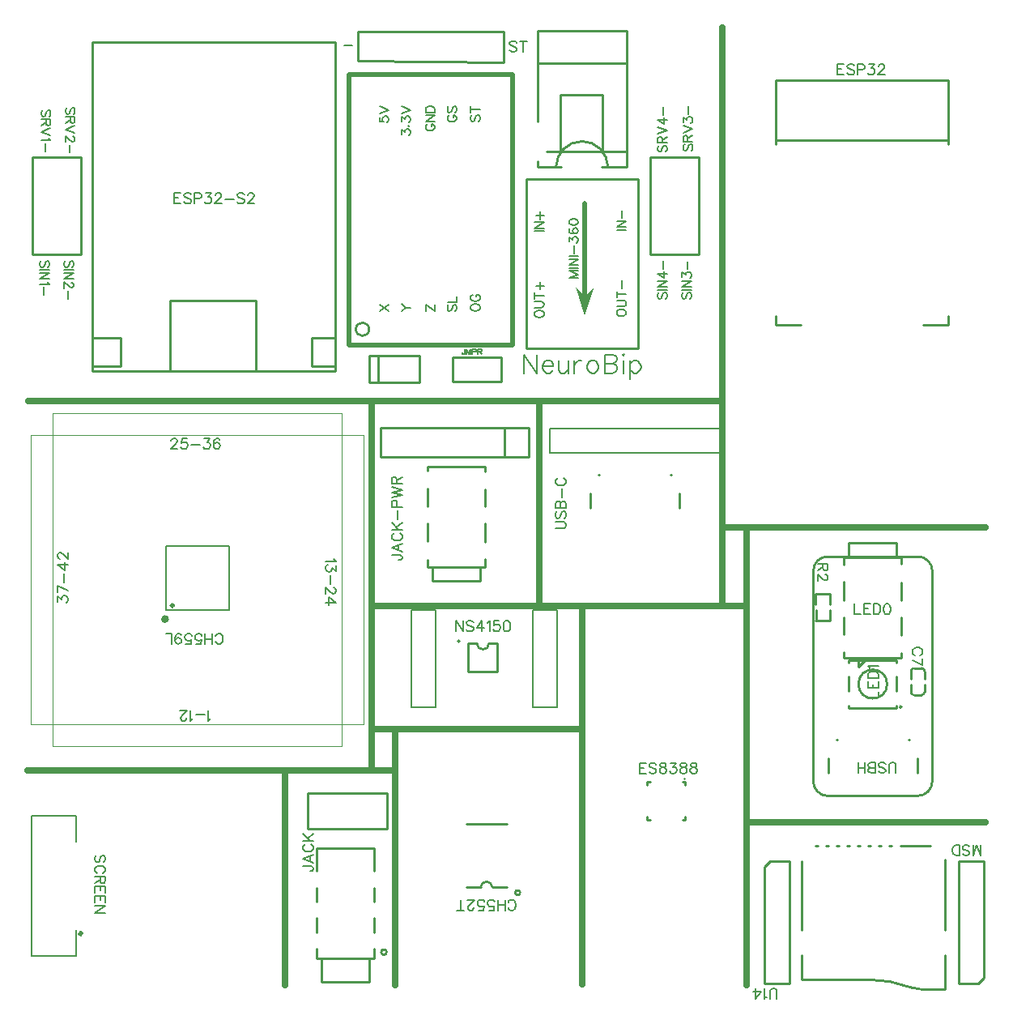
<source format=gto>
G04 Layer: TopSilkscreenLayer*
G04 EasyEDA v6.5.1, 2022-03-29 23:29:47*
G04 6fa140fc38934b6497cce4c8c0035c65,6efad7caf7c64316809b4ed48508c700,10*
G04 Gerber Generator version 0.2*
G04 Scale: 100 percent, Rotated: No, Reflected: No *
G04 Dimensions in millimeters *
G04 leading zeros omitted , absolute positions ,4 integer and 5 decimal *
%FSLAX45Y45*%
%MOMM*%

%ADD10C,0.2540*%
%ADD11C,0.6840*%
%ADD52C,0.3000*%
%ADD56C,0.2032*%
%ADD57C,0.2030*%
%ADD58C,0.1000*%
%ADD59C,0.2000*%
%ADD60C,0.5000*%
%ADD61C,0.1500*%
%ADD62C,0.4000*%
%ADD63C,0.1524*%

%LPD*%
D56*
X5181600Y-3414521D02*
G01*
X5181600Y-3608323D01*
X5181600Y-3414521D02*
G01*
X5310886Y-3608323D01*
X5310886Y-3414521D02*
G01*
X5310886Y-3608323D01*
X5371845Y-3534410D02*
G01*
X5482590Y-3534410D01*
X5482590Y-3516121D01*
X5473445Y-3497579D01*
X5464302Y-3488436D01*
X5445759Y-3479037D01*
X5418074Y-3479037D01*
X5399531Y-3488436D01*
X5380990Y-3506723D01*
X5371845Y-3534410D01*
X5371845Y-3552952D01*
X5380990Y-3580637D01*
X5399531Y-3599179D01*
X5418074Y-3608323D01*
X5445759Y-3608323D01*
X5464302Y-3599179D01*
X5482590Y-3580637D01*
X5543550Y-3479037D02*
G01*
X5543550Y-3571494D01*
X5552947Y-3599179D01*
X5571490Y-3608323D01*
X5599175Y-3608323D01*
X5617463Y-3599179D01*
X5645150Y-3571494D01*
X5645150Y-3479037D02*
G01*
X5645150Y-3608323D01*
X5706109Y-3479037D02*
G01*
X5706109Y-3608323D01*
X5706109Y-3534410D02*
G01*
X5715508Y-3506723D01*
X5734050Y-3488436D01*
X5752338Y-3479037D01*
X5780024Y-3479037D01*
X5887211Y-3479037D02*
G01*
X5868670Y-3488436D01*
X5850381Y-3506723D01*
X5840984Y-3534410D01*
X5840984Y-3552952D01*
X5850381Y-3580637D01*
X5868670Y-3599179D01*
X5887211Y-3608323D01*
X5914897Y-3608323D01*
X5933440Y-3599179D01*
X5951981Y-3580637D01*
X5961125Y-3552952D01*
X5961125Y-3534410D01*
X5951981Y-3506723D01*
X5933440Y-3488436D01*
X5914897Y-3479037D01*
X5887211Y-3479037D01*
X6022086Y-3414521D02*
G01*
X6022086Y-3608323D01*
X6022086Y-3414521D02*
G01*
X6105143Y-3414521D01*
X6132829Y-3423665D01*
X6142227Y-3432810D01*
X6151372Y-3451352D01*
X6151372Y-3469894D01*
X6142227Y-3488436D01*
X6132829Y-3497579D01*
X6105143Y-3506723D01*
X6022086Y-3506723D02*
G01*
X6105143Y-3506723D01*
X6132829Y-3516121D01*
X6142227Y-3525265D01*
X6151372Y-3543807D01*
X6151372Y-3571494D01*
X6142227Y-3590036D01*
X6132829Y-3599179D01*
X6105143Y-3608323D01*
X6022086Y-3608323D01*
X6212331Y-3414521D02*
G01*
X6221729Y-3423665D01*
X6230874Y-3414521D01*
X6221729Y-3405123D01*
X6212331Y-3414521D01*
X6221729Y-3479037D02*
G01*
X6221729Y-3608323D01*
X6291834Y-3479037D02*
G01*
X6291834Y-3673094D01*
X6291834Y-3506723D02*
G01*
X6310375Y-3488436D01*
X6328663Y-3479037D01*
X6356350Y-3479037D01*
X6374891Y-3488436D01*
X6393434Y-3506723D01*
X6402577Y-3534410D01*
X6402577Y-3552952D01*
X6393434Y-3580637D01*
X6374891Y-3599179D01*
X6356350Y-3608323D01*
X6328663Y-3608323D01*
X6310375Y-3599179D01*
X6291834Y-3580637D01*
X3302000Y-182118D02*
G01*
X3383788Y-182118D01*
X214376Y-927354D02*
G01*
X223265Y-918210D01*
X227837Y-904494D01*
X227837Y-886205D01*
X223265Y-872744D01*
X214376Y-863600D01*
X205231Y-863600D01*
X196087Y-868171D01*
X191515Y-872744D01*
X186944Y-881887D01*
X177800Y-909065D01*
X173481Y-918210D01*
X168910Y-922781D01*
X159765Y-927354D01*
X146050Y-927354D01*
X136905Y-918210D01*
X132334Y-904494D01*
X132334Y-886205D01*
X136905Y-872744D01*
X146050Y-863600D01*
X227837Y-957326D02*
G01*
X132334Y-957326D01*
X227837Y-957326D02*
G01*
X227837Y-998220D01*
X223265Y-1011681D01*
X218694Y-1016254D01*
X209804Y-1020826D01*
X200660Y-1020826D01*
X191515Y-1016254D01*
X186944Y-1011681D01*
X182371Y-998220D01*
X182371Y-957326D01*
X182371Y-989076D02*
G01*
X132334Y-1020826D01*
X227837Y-1050797D02*
G01*
X132334Y-1087120D01*
X227837Y-1123695D02*
G01*
X132334Y-1087120D01*
X209804Y-1153668D02*
G01*
X214376Y-1162812D01*
X227837Y-1176273D01*
X132334Y-1176273D01*
X173481Y-1206245D02*
G01*
X173481Y-1288034D01*
X468376Y-901954D02*
G01*
X477265Y-892810D01*
X481837Y-879094D01*
X481837Y-860805D01*
X477265Y-847344D01*
X468376Y-838200D01*
X459231Y-838200D01*
X450087Y-842771D01*
X445515Y-847344D01*
X440944Y-856487D01*
X431800Y-883665D01*
X427481Y-892810D01*
X422910Y-897381D01*
X413765Y-901954D01*
X400050Y-901954D01*
X390905Y-892810D01*
X386334Y-879094D01*
X386334Y-860805D01*
X390905Y-847344D01*
X400050Y-838200D01*
X481837Y-931926D02*
G01*
X386334Y-931926D01*
X481837Y-931926D02*
G01*
X481837Y-972820D01*
X477265Y-986281D01*
X472694Y-990854D01*
X463804Y-995426D01*
X454660Y-995426D01*
X445515Y-990854D01*
X440944Y-986281D01*
X436371Y-972820D01*
X436371Y-931926D01*
X436371Y-963676D02*
G01*
X386334Y-995426D01*
X481837Y-1025397D02*
G01*
X386334Y-1061720D01*
X481837Y-1098295D02*
G01*
X386334Y-1061720D01*
X459231Y-1132839D02*
G01*
X463804Y-1132839D01*
X472694Y-1137412D01*
X477265Y-1141729D01*
X481837Y-1150873D01*
X481837Y-1169162D01*
X477265Y-1178305D01*
X472694Y-1182623D01*
X463804Y-1187195D01*
X454660Y-1187195D01*
X445515Y-1182623D01*
X431800Y-1173734D01*
X386334Y-1128268D01*
X386334Y-1191768D01*
X427481Y-1221739D02*
G01*
X427481Y-1303528D01*
X6859524Y-1218945D02*
G01*
X6850634Y-1228089D01*
X6846061Y-1241805D01*
X6846061Y-1260094D01*
X6850634Y-1273555D01*
X6859524Y-1282700D01*
X6868668Y-1282700D01*
X6877811Y-1278128D01*
X6882384Y-1273555D01*
X6886956Y-1264412D01*
X6896100Y-1237234D01*
X6900418Y-1228089D01*
X6904990Y-1223518D01*
X6914134Y-1218945D01*
X6927850Y-1218945D01*
X6936993Y-1228089D01*
X6941565Y-1241805D01*
X6941565Y-1260094D01*
X6936993Y-1273555D01*
X6927850Y-1282700D01*
X6846061Y-1188973D02*
G01*
X6941565Y-1188973D01*
X6846061Y-1188973D02*
G01*
X6846061Y-1148079D01*
X6850634Y-1134618D01*
X6855206Y-1130045D01*
X6864095Y-1125473D01*
X6873240Y-1125473D01*
X6882384Y-1130045D01*
X6886956Y-1134618D01*
X6891527Y-1148079D01*
X6891527Y-1188973D01*
X6891527Y-1157223D02*
G01*
X6941565Y-1125473D01*
X6846061Y-1095502D02*
G01*
X6941565Y-1059179D01*
X6846061Y-1022604D02*
G01*
X6941565Y-1059179D01*
X6846061Y-983487D02*
G01*
X6846061Y-933704D01*
X6882384Y-960881D01*
X6882384Y-947165D01*
X6886956Y-938276D01*
X6891527Y-933704D01*
X6904990Y-929131D01*
X6914134Y-929131D01*
X6927850Y-933704D01*
X6936993Y-942594D01*
X6941565Y-956310D01*
X6941565Y-970026D01*
X6936993Y-983487D01*
X6932422Y-988060D01*
X6923277Y-992631D01*
X6900418Y-899160D02*
G01*
X6900418Y-817371D01*
X6592824Y-1231645D02*
G01*
X6583934Y-1240789D01*
X6579361Y-1254505D01*
X6579361Y-1272794D01*
X6583934Y-1286255D01*
X6592824Y-1295400D01*
X6601968Y-1295400D01*
X6611111Y-1290828D01*
X6615684Y-1286255D01*
X6620256Y-1277112D01*
X6629400Y-1249934D01*
X6633718Y-1240789D01*
X6638290Y-1236218D01*
X6647434Y-1231645D01*
X6661150Y-1231645D01*
X6670293Y-1240789D01*
X6674865Y-1254505D01*
X6674865Y-1272794D01*
X6670293Y-1286255D01*
X6661150Y-1295400D01*
X6579361Y-1201673D02*
G01*
X6674865Y-1201673D01*
X6579361Y-1201673D02*
G01*
X6579361Y-1160779D01*
X6583934Y-1147318D01*
X6588506Y-1142745D01*
X6597395Y-1138173D01*
X6606540Y-1138173D01*
X6615684Y-1142745D01*
X6620256Y-1147318D01*
X6624827Y-1160779D01*
X6624827Y-1201673D01*
X6624827Y-1169923D02*
G01*
X6674865Y-1138173D01*
X6579361Y-1108202D02*
G01*
X6674865Y-1071879D01*
X6579361Y-1035304D02*
G01*
X6674865Y-1071879D01*
X6579361Y-959865D02*
G01*
X6642861Y-1005331D01*
X6642861Y-937260D01*
X6579361Y-959865D02*
G01*
X6674865Y-959865D01*
X6633718Y-907287D02*
G01*
X6633718Y-825500D01*
X455676Y-2502154D02*
G01*
X464565Y-2493010D01*
X469137Y-2479294D01*
X469137Y-2461005D01*
X464565Y-2447544D01*
X455676Y-2438400D01*
X446531Y-2438400D01*
X437387Y-2442971D01*
X432815Y-2447544D01*
X428244Y-2456687D01*
X419100Y-2483865D01*
X414781Y-2493010D01*
X410210Y-2497581D01*
X401065Y-2502154D01*
X387350Y-2502154D01*
X378205Y-2493010D01*
X373634Y-2479294D01*
X373634Y-2461005D01*
X378205Y-2447544D01*
X387350Y-2438400D01*
X469137Y-2532126D02*
G01*
X373634Y-2532126D01*
X469137Y-2562097D02*
G01*
X373634Y-2562097D01*
X469137Y-2562097D02*
G01*
X373634Y-2625597D01*
X469137Y-2625597D02*
G01*
X373634Y-2625597D01*
X446531Y-2660142D02*
G01*
X451104Y-2660142D01*
X459994Y-2664713D01*
X464565Y-2669286D01*
X469137Y-2678429D01*
X469137Y-2696463D01*
X464565Y-2705607D01*
X459994Y-2710179D01*
X451104Y-2714752D01*
X441960Y-2714752D01*
X432815Y-2710179D01*
X419100Y-2701036D01*
X373634Y-2655570D01*
X373634Y-2719323D01*
X414781Y-2749295D02*
G01*
X414781Y-2831084D01*
X201676Y-2502154D02*
G01*
X210565Y-2493010D01*
X215137Y-2479294D01*
X215137Y-2461005D01*
X210565Y-2447544D01*
X201676Y-2438400D01*
X192531Y-2438400D01*
X183387Y-2442971D01*
X178815Y-2447544D01*
X174244Y-2456687D01*
X165100Y-2483865D01*
X160781Y-2493010D01*
X156210Y-2497581D01*
X147065Y-2502154D01*
X133350Y-2502154D01*
X124205Y-2493010D01*
X119634Y-2479294D01*
X119634Y-2461005D01*
X124205Y-2447544D01*
X133350Y-2438400D01*
X215137Y-2532126D02*
G01*
X119634Y-2532126D01*
X215137Y-2562097D02*
G01*
X119634Y-2562097D01*
X215137Y-2562097D02*
G01*
X119634Y-2625597D01*
X215137Y-2625597D02*
G01*
X119634Y-2625597D01*
X197104Y-2655570D02*
G01*
X201676Y-2664713D01*
X215137Y-2678429D01*
X119634Y-2678429D01*
X160781Y-2708402D02*
G01*
X160781Y-2790189D01*
X6592824Y-2768345D02*
G01*
X6583934Y-2777489D01*
X6579361Y-2791205D01*
X6579361Y-2809494D01*
X6583934Y-2822955D01*
X6592824Y-2832100D01*
X6601968Y-2832100D01*
X6611111Y-2827528D01*
X6615684Y-2822955D01*
X6620256Y-2813812D01*
X6629400Y-2786634D01*
X6633718Y-2777489D01*
X6638290Y-2772918D01*
X6647434Y-2768345D01*
X6661150Y-2768345D01*
X6670293Y-2777489D01*
X6674865Y-2791205D01*
X6674865Y-2809494D01*
X6670293Y-2822955D01*
X6661150Y-2832100D01*
X6579361Y-2738373D02*
G01*
X6674865Y-2738373D01*
X6579361Y-2708402D02*
G01*
X6674865Y-2708402D01*
X6579361Y-2708402D02*
G01*
X6674865Y-2644902D01*
X6579361Y-2644902D02*
G01*
X6674865Y-2644902D01*
X6579361Y-2569463D02*
G01*
X6642861Y-2614929D01*
X6642861Y-2546604D01*
X6579361Y-2569463D02*
G01*
X6674865Y-2569463D01*
X6633718Y-2516631D02*
G01*
X6633718Y-2434844D01*
X6846824Y-2768345D02*
G01*
X6837934Y-2777489D01*
X6833361Y-2791205D01*
X6833361Y-2809494D01*
X6837934Y-2822955D01*
X6846824Y-2832100D01*
X6855968Y-2832100D01*
X6865111Y-2827528D01*
X6869684Y-2822955D01*
X6874256Y-2813812D01*
X6883400Y-2786634D01*
X6887718Y-2777489D01*
X6892290Y-2772918D01*
X6901434Y-2768345D01*
X6915150Y-2768345D01*
X6924293Y-2777489D01*
X6928865Y-2791205D01*
X6928865Y-2809494D01*
X6924293Y-2822955D01*
X6915150Y-2832100D01*
X6833361Y-2738373D02*
G01*
X6928865Y-2738373D01*
X6833361Y-2708402D02*
G01*
X6928865Y-2708402D01*
X6833361Y-2708402D02*
G01*
X6928865Y-2644902D01*
X6833361Y-2644902D02*
G01*
X6928865Y-2644902D01*
X6833361Y-2605786D02*
G01*
X6833361Y-2555747D01*
X6869684Y-2582926D01*
X6869684Y-2569463D01*
X6874256Y-2560320D01*
X6878827Y-2555747D01*
X6892290Y-2551176D01*
X6901434Y-2551176D01*
X6915150Y-2555747D01*
X6924293Y-2564892D01*
X6928865Y-2578354D01*
X6928865Y-2592070D01*
X6924293Y-2605786D01*
X6919722Y-2610357D01*
X6910577Y-2614929D01*
X6887718Y-2521204D02*
G01*
X6887718Y-2439415D01*
D63*
X8357514Y-5600700D02*
G01*
X8248548Y-5600700D01*
X8357514Y-5600700D02*
G01*
X8357514Y-5647436D01*
X8352434Y-5662929D01*
X8347354Y-5668263D01*
X8336940Y-5673344D01*
X8326526Y-5673344D01*
X8316112Y-5668263D01*
X8310778Y-5662929D01*
X8305698Y-5647436D01*
X8305698Y-5600700D01*
X8305698Y-5637021D02*
G01*
X8248548Y-5673344D01*
X8331606Y-5712968D02*
G01*
X8336940Y-5712968D01*
X8347354Y-5718047D01*
X8352434Y-5723381D01*
X8357514Y-5733795D01*
X8357514Y-5754370D01*
X8352434Y-5764784D01*
X8347354Y-5770118D01*
X8336940Y-5775197D01*
X8326526Y-5775197D01*
X8316112Y-5770118D01*
X8300364Y-5759704D01*
X8248548Y-5707634D01*
X8248548Y-5780531D01*
X8774658Y-6997649D02*
G01*
X8883878Y-6997649D01*
X8883878Y-6997649D02*
G01*
X8883878Y-6935419D01*
X8774658Y-6901129D02*
G01*
X8883878Y-6901129D01*
X8774658Y-6901129D02*
G01*
X8774658Y-6833565D01*
X8826728Y-6901129D02*
G01*
X8826728Y-6859473D01*
X8883878Y-6901129D02*
G01*
X8883878Y-6833565D01*
X8774658Y-6799275D02*
G01*
X8883878Y-6799275D01*
X8774658Y-6799275D02*
G01*
X8774658Y-6762953D01*
X8779738Y-6747205D01*
X8790152Y-6736791D01*
X8800566Y-6731711D01*
X8816314Y-6726377D01*
X8842222Y-6726377D01*
X8857716Y-6731711D01*
X8868130Y-6736791D01*
X8878544Y-6747205D01*
X8883878Y-6762953D01*
X8883878Y-6799275D01*
X8795486Y-6692087D02*
G01*
X8790152Y-6681927D01*
X8774658Y-6666179D01*
X8883878Y-6666179D01*
X8636000Y-6018784D02*
G01*
X8636000Y-6127750D01*
X8636000Y-6127750D02*
G01*
X8698229Y-6127750D01*
X8732520Y-6018784D02*
G01*
X8732520Y-6127750D01*
X8732520Y-6018784D02*
G01*
X8800084Y-6018784D01*
X8732520Y-6070600D02*
G01*
X8774175Y-6070600D01*
X8732520Y-6127750D02*
G01*
X8800084Y-6127750D01*
X8834374Y-6018784D02*
G01*
X8834374Y-6127750D01*
X8834374Y-6018784D02*
G01*
X8870950Y-6018784D01*
X8886443Y-6023863D01*
X8896858Y-6034278D01*
X8901938Y-6044692D01*
X8907272Y-6060439D01*
X8907272Y-6086347D01*
X8901938Y-6101842D01*
X8896858Y-6112255D01*
X8886443Y-6122670D01*
X8870950Y-6127750D01*
X8834374Y-6127750D01*
X8972550Y-6018784D02*
G01*
X8957056Y-6023863D01*
X8946641Y-6039612D01*
X8941561Y-6065520D01*
X8941561Y-6081013D01*
X8946641Y-6107176D01*
X8957056Y-6122670D01*
X8972550Y-6127750D01*
X8982963Y-6127750D01*
X8998711Y-6122670D01*
X9009125Y-6107176D01*
X9014206Y-6081013D01*
X9014206Y-6065520D01*
X9009125Y-6039612D01*
X8998711Y-6023863D01*
X8982963Y-6018784D01*
X8972550Y-6018784D01*
X9067800Y-7786115D02*
G01*
X9067800Y-7708137D01*
X9062720Y-7692644D01*
X9052306Y-7682229D01*
X9036558Y-7677150D01*
X9026143Y-7677150D01*
X9010650Y-7682229D01*
X9000236Y-7692644D01*
X8995156Y-7708137D01*
X8995156Y-7786115D01*
X8887968Y-7770621D02*
G01*
X8898381Y-7781036D01*
X8914129Y-7786115D01*
X8934704Y-7786115D01*
X8950452Y-7781036D01*
X8960865Y-7770621D01*
X8960865Y-7760208D01*
X8955531Y-7749794D01*
X8950452Y-7744460D01*
X8940038Y-7739379D01*
X8908795Y-7728965D01*
X8898381Y-7723886D01*
X8893302Y-7718552D01*
X8887968Y-7708137D01*
X8887968Y-7692644D01*
X8898381Y-7682229D01*
X8914129Y-7677150D01*
X8934704Y-7677150D01*
X8950452Y-7682229D01*
X8960865Y-7692644D01*
X8853677Y-7786115D02*
G01*
X8853677Y-7677150D01*
X8853677Y-7786115D02*
G01*
X8806941Y-7786115D01*
X8791447Y-7781036D01*
X8786113Y-7775702D01*
X8781034Y-7765287D01*
X8781034Y-7754873D01*
X8786113Y-7744460D01*
X8791447Y-7739379D01*
X8806941Y-7734300D01*
X8853677Y-7734300D02*
G01*
X8806941Y-7734300D01*
X8791447Y-7728965D01*
X8786113Y-7723886D01*
X8781034Y-7713471D01*
X8781034Y-7697723D01*
X8786113Y-7687310D01*
X8791447Y-7682229D01*
X8806941Y-7677150D01*
X8853677Y-7677150D01*
X8746743Y-7786115D02*
G01*
X8746743Y-7677150D01*
X8674100Y-7786115D02*
G01*
X8674100Y-7677150D01*
X8746743Y-7734300D02*
G01*
X8674100Y-7734300D01*
X9322308Y-6554965D02*
G01*
X9332722Y-6549631D01*
X9343136Y-6539217D01*
X9348215Y-6529057D01*
X9348215Y-6508229D01*
X9343136Y-6497815D01*
X9332722Y-6487401D01*
X9322308Y-6482067D01*
X9306559Y-6476987D01*
X9280652Y-6476987D01*
X9265158Y-6482067D01*
X9254743Y-6487401D01*
X9244329Y-6497815D01*
X9239250Y-6508229D01*
X9239250Y-6529057D01*
X9244329Y-6539217D01*
X9254743Y-6549631D01*
X9265158Y-6554965D01*
X9348215Y-6661899D02*
G01*
X9239250Y-6610083D01*
X9348215Y-6589255D02*
G01*
X9348215Y-6661899D01*
X7823200Y-10148315D02*
G01*
X7823200Y-10070337D01*
X7818120Y-10054844D01*
X7807706Y-10044429D01*
X7791958Y-10039350D01*
X7781543Y-10039350D01*
X7766050Y-10044429D01*
X7755636Y-10054844D01*
X7750556Y-10070337D01*
X7750556Y-10148315D01*
X7716265Y-10127487D02*
G01*
X7705852Y-10132821D01*
X7690104Y-10148315D01*
X7690104Y-10039350D01*
X7603997Y-10148315D02*
G01*
X7655813Y-10075671D01*
X7578090Y-10075671D01*
X7603997Y-10148315D02*
G01*
X7603997Y-10039350D01*
X1490979Y-4317492D02*
G01*
X1490979Y-4312412D01*
X1496313Y-4301997D01*
X1501394Y-4296663D01*
X1511807Y-4291584D01*
X1532636Y-4291584D01*
X1543050Y-4296663D01*
X1548129Y-4301997D01*
X1553463Y-4312412D01*
X1553463Y-4322826D01*
X1548129Y-4333239D01*
X1537970Y-4348734D01*
X1485900Y-4400550D01*
X1558544Y-4400550D01*
X1655318Y-4291584D02*
G01*
X1603247Y-4291584D01*
X1598168Y-4338320D01*
X1603247Y-4333239D01*
X1618995Y-4327905D01*
X1634489Y-4327905D01*
X1649984Y-4333239D01*
X1660397Y-4343400D01*
X1665731Y-4359147D01*
X1665731Y-4369562D01*
X1660397Y-4385055D01*
X1649984Y-4395470D01*
X1634489Y-4400550D01*
X1618995Y-4400550D01*
X1603247Y-4395470D01*
X1598168Y-4390389D01*
X1592834Y-4379976D01*
X1700021Y-4353813D02*
G01*
X1793494Y-4353813D01*
X1838197Y-4291584D02*
G01*
X1895347Y-4291584D01*
X1864105Y-4333239D01*
X1879600Y-4333239D01*
X1890013Y-4338320D01*
X1895347Y-4343400D01*
X1900428Y-4359147D01*
X1900428Y-4369562D01*
X1895347Y-4385055D01*
X1884934Y-4395470D01*
X1869439Y-4400550D01*
X1853692Y-4400550D01*
X1838197Y-4395470D01*
X1832863Y-4390389D01*
X1827784Y-4379976D01*
X1997202Y-4307078D02*
G01*
X1991868Y-4296663D01*
X1976374Y-4291584D01*
X1965959Y-4291584D01*
X1950465Y-4296663D01*
X1940052Y-4312412D01*
X1934718Y-4338320D01*
X1934718Y-4364228D01*
X1940052Y-4385055D01*
X1950465Y-4395470D01*
X1965959Y-4400550D01*
X1971040Y-4400550D01*
X1986788Y-4395470D01*
X1997202Y-4385055D01*
X2002281Y-4369562D01*
X2002281Y-4364228D01*
X1997202Y-4348734D01*
X1986788Y-4338320D01*
X1971040Y-4333239D01*
X1965959Y-4333239D01*
X1950465Y-4338320D01*
X1940052Y-4348734D01*
X1934718Y-4364228D01*
X3193288Y-5549900D02*
G01*
X3198622Y-5560313D01*
X3214115Y-5575807D01*
X3105150Y-5575807D01*
X3214115Y-5620512D02*
G01*
X3214115Y-5677662D01*
X3172459Y-5646420D01*
X3172459Y-5662168D01*
X3167379Y-5672581D01*
X3162300Y-5677662D01*
X3146552Y-5682995D01*
X3136138Y-5682995D01*
X3120643Y-5677662D01*
X3110229Y-5667247D01*
X3105150Y-5651754D01*
X3105150Y-5636260D01*
X3110229Y-5620512D01*
X3115309Y-5615431D01*
X3125724Y-5610097D01*
X3151886Y-5717286D02*
G01*
X3151886Y-5810757D01*
X3188208Y-5850128D02*
G01*
X3193288Y-5850128D01*
X3203702Y-5855462D01*
X3209036Y-5860542D01*
X3214115Y-5870955D01*
X3214115Y-5891784D01*
X3209036Y-5902197D01*
X3203702Y-5907278D01*
X3193288Y-5912612D01*
X3182874Y-5912612D01*
X3172459Y-5907278D01*
X3156965Y-5896863D01*
X3105150Y-5845047D01*
X3105150Y-5917692D01*
X3214115Y-6004052D02*
G01*
X3141472Y-5951981D01*
X3141472Y-6029960D01*
X3214115Y-6004052D02*
G01*
X3105150Y-6004052D01*
X1905000Y-7219187D02*
G01*
X1894586Y-7224521D01*
X1879092Y-7240015D01*
X1879092Y-7131050D01*
X1844802Y-7177786D02*
G01*
X1751329Y-7177786D01*
X1717039Y-7219187D02*
G01*
X1706626Y-7224521D01*
X1690878Y-7240015D01*
X1690878Y-7131050D01*
X1651507Y-7214108D02*
G01*
X1651507Y-7219187D01*
X1646173Y-7229602D01*
X1641094Y-7234936D01*
X1630679Y-7240015D01*
X1609852Y-7240015D01*
X1599437Y-7234936D01*
X1594357Y-7229602D01*
X1589023Y-7219187D01*
X1589023Y-7208773D01*
X1594357Y-7198360D01*
X1604771Y-7182865D01*
X1656587Y-7131050D01*
X1583944Y-7131050D01*
X303784Y-5996686D02*
G01*
X303784Y-5939536D01*
X345439Y-5970778D01*
X345439Y-5955029D01*
X350520Y-5944870D01*
X355600Y-5939536D01*
X371347Y-5934455D01*
X381762Y-5934455D01*
X397255Y-5939536D01*
X407670Y-5949950D01*
X412750Y-5965444D01*
X412750Y-5981192D01*
X407670Y-5996686D01*
X402589Y-6002020D01*
X392176Y-6007100D01*
X303784Y-5827268D02*
G01*
X412750Y-5879337D01*
X303784Y-5900165D02*
G01*
X303784Y-5827268D01*
X366013Y-5792978D02*
G01*
X366013Y-5699505D01*
X303784Y-5613400D02*
G01*
X376428Y-5665215D01*
X376428Y-5587237D01*
X303784Y-5613400D02*
G01*
X412750Y-5613400D01*
X329692Y-5547868D02*
G01*
X324612Y-5547868D01*
X314197Y-5542534D01*
X308863Y-5537454D01*
X303784Y-5527039D01*
X303784Y-5506212D01*
X308863Y-5495797D01*
X314197Y-5490718D01*
X324612Y-5485384D01*
X335026Y-5485384D01*
X345439Y-5490718D01*
X360934Y-5501131D01*
X412750Y-5552947D01*
X412750Y-5480304D01*
X5510784Y-5232400D02*
G01*
X5588761Y-5232400D01*
X5604256Y-5227320D01*
X5614670Y-5216905D01*
X5619750Y-5201157D01*
X5619750Y-5190744D01*
X5614670Y-5175250D01*
X5604256Y-5164836D01*
X5588761Y-5159755D01*
X5510784Y-5159755D01*
X5526277Y-5052568D02*
G01*
X5515863Y-5062981D01*
X5510784Y-5078729D01*
X5510784Y-5099304D01*
X5515863Y-5115052D01*
X5526277Y-5125465D01*
X5536691Y-5125465D01*
X5547106Y-5120131D01*
X5552440Y-5115052D01*
X5557520Y-5104637D01*
X5567934Y-5073395D01*
X5573013Y-5062981D01*
X5578347Y-5057902D01*
X5588761Y-5052568D01*
X5604256Y-5052568D01*
X5614670Y-5062981D01*
X5619750Y-5078729D01*
X5619750Y-5099304D01*
X5614670Y-5115052D01*
X5604256Y-5125465D01*
X5510784Y-5018278D02*
G01*
X5619750Y-5018278D01*
X5510784Y-5018278D02*
G01*
X5510784Y-4971542D01*
X5515863Y-4956047D01*
X5521197Y-4950713D01*
X5531611Y-4945634D01*
X5542025Y-4945634D01*
X5552440Y-4950713D01*
X5557520Y-4956047D01*
X5562600Y-4971542D01*
X5562600Y-5018278D02*
G01*
X5562600Y-4971542D01*
X5567934Y-4956047D01*
X5573013Y-4950713D01*
X5583427Y-4945634D01*
X5599175Y-4945634D01*
X5609590Y-4950713D01*
X5614670Y-4956047D01*
X5619750Y-4971542D01*
X5619750Y-5018278D01*
X5573013Y-4911344D02*
G01*
X5573013Y-4817871D01*
X5536691Y-4705604D02*
G01*
X5526277Y-4710684D01*
X5515863Y-4721097D01*
X5510784Y-4731512D01*
X5510784Y-4752339D01*
X5515863Y-4762754D01*
X5526277Y-4773168D01*
X5536691Y-4778247D01*
X5552440Y-4783581D01*
X5578347Y-4783581D01*
X5593841Y-4778247D01*
X5604256Y-4773168D01*
X5614670Y-4762754D01*
X5619750Y-4752339D01*
X5619750Y-4731512D01*
X5614670Y-4721097D01*
X5604256Y-4710684D01*
X5593841Y-4705604D01*
X2869184Y-8761729D02*
G01*
X2952241Y-8761729D01*
X2967990Y-8767063D01*
X2973070Y-8772144D01*
X2978150Y-8782558D01*
X2978150Y-8792971D01*
X2973070Y-8803386D01*
X2967990Y-8808720D01*
X2952241Y-8813800D01*
X2941827Y-8813800D01*
X2869184Y-8686037D02*
G01*
X2978150Y-8727439D01*
X2869184Y-8686037D02*
G01*
X2978150Y-8644381D01*
X2941827Y-8711945D02*
G01*
X2941827Y-8660129D01*
X2895091Y-8532113D02*
G01*
X2884677Y-8537447D01*
X2874263Y-8547862D01*
X2869184Y-8558276D01*
X2869184Y-8578850D01*
X2874263Y-8589263D01*
X2884677Y-8599678D01*
X2895091Y-8605012D01*
X2910840Y-8610092D01*
X2936747Y-8610092D01*
X2952241Y-8605012D01*
X2962656Y-8599678D01*
X2973070Y-8589263D01*
X2978150Y-8578850D01*
X2978150Y-8558276D01*
X2973070Y-8547862D01*
X2962656Y-8537447D01*
X2952241Y-8532113D01*
X2869184Y-8497824D02*
G01*
X2978150Y-8497824D01*
X2869184Y-8425179D02*
G01*
X2941827Y-8497824D01*
X2915920Y-8471915D02*
G01*
X2978150Y-8425179D01*
X9956800Y-8649715D02*
G01*
X9956800Y-8540750D01*
X9956800Y-8649715D02*
G01*
X9915143Y-8540750D01*
X9873741Y-8649715D02*
G01*
X9915143Y-8540750D01*
X9873741Y-8649715D02*
G01*
X9873741Y-8540750D01*
X9766554Y-8634221D02*
G01*
X9776968Y-8644636D01*
X9792715Y-8649715D01*
X9813290Y-8649715D01*
X9829038Y-8644636D01*
X9839452Y-8634221D01*
X9839452Y-8623808D01*
X9834118Y-8613394D01*
X9829038Y-8608060D01*
X9818624Y-8602979D01*
X9787381Y-8592565D01*
X9776968Y-8587486D01*
X9771888Y-8582152D01*
X9766554Y-8571737D01*
X9766554Y-8556244D01*
X9776968Y-8545829D01*
X9792715Y-8540750D01*
X9813290Y-8540750D01*
X9829038Y-8545829D01*
X9839452Y-8556244D01*
X9732263Y-8649715D02*
G01*
X9732263Y-8540750D01*
X9732263Y-8649715D02*
G01*
X9695941Y-8649715D01*
X9680447Y-8644636D01*
X9670034Y-8634221D01*
X9664700Y-8623808D01*
X9659620Y-8608060D01*
X9659620Y-8582152D01*
X9664700Y-8566658D01*
X9670034Y-8556244D01*
X9680447Y-8545829D01*
X9695941Y-8540750D01*
X9732263Y-8540750D01*
X3796284Y-5510529D02*
G01*
X3879341Y-5510529D01*
X3895090Y-5515863D01*
X3900170Y-5520944D01*
X3905250Y-5531357D01*
X3905250Y-5541771D01*
X3900170Y-5552186D01*
X3895090Y-5557520D01*
X3879341Y-5562600D01*
X3868927Y-5562600D01*
X3796284Y-5434837D02*
G01*
X3905250Y-5476239D01*
X3796284Y-5434837D02*
G01*
X3905250Y-5393181D01*
X3868927Y-5460745D02*
G01*
X3868927Y-5408929D01*
X3822191Y-5280913D02*
G01*
X3811777Y-5286247D01*
X3801363Y-5296662D01*
X3796284Y-5307076D01*
X3796284Y-5327650D01*
X3801363Y-5338063D01*
X3811777Y-5348478D01*
X3822191Y-5353812D01*
X3837940Y-5358892D01*
X3863847Y-5358892D01*
X3879341Y-5353812D01*
X3889756Y-5348478D01*
X3900170Y-5338063D01*
X3905250Y-5327650D01*
X3905250Y-5307076D01*
X3900170Y-5296662D01*
X3889756Y-5286247D01*
X3879341Y-5280913D01*
X3796284Y-5246623D02*
G01*
X3905250Y-5246623D01*
X3796284Y-5173979D02*
G01*
X3868927Y-5246623D01*
X3843020Y-5220715D02*
G01*
X3905250Y-5173979D01*
X3858513Y-5139689D02*
G01*
X3858513Y-5046218D01*
X3796284Y-5011928D02*
G01*
X3905250Y-5011928D01*
X3796284Y-5011928D02*
G01*
X3796284Y-4965192D01*
X3801363Y-4949444D01*
X3806697Y-4944363D01*
X3817111Y-4939029D01*
X3832606Y-4939029D01*
X3843020Y-4944363D01*
X3848100Y-4949444D01*
X3853434Y-4965192D01*
X3853434Y-5011928D01*
X3796284Y-4904739D02*
G01*
X3905250Y-4878831D01*
X3796284Y-4852923D02*
G01*
X3905250Y-4878831D01*
X3796284Y-4852923D02*
G01*
X3905250Y-4827015D01*
X3796284Y-4800854D02*
G01*
X3905250Y-4827015D01*
X3796284Y-4766563D02*
G01*
X3905250Y-4766563D01*
X3796284Y-4766563D02*
G01*
X3796284Y-4719828D01*
X3801363Y-4704334D01*
X3806697Y-4699000D01*
X3817111Y-4693920D01*
X3827525Y-4693920D01*
X3837940Y-4699000D01*
X3843020Y-4704334D01*
X3848100Y-4719828D01*
X3848100Y-4766563D01*
X3848100Y-4730242D02*
G01*
X3905250Y-4693920D01*
X785444Y-8721420D02*
G01*
X795858Y-8711006D01*
X801192Y-8695512D01*
X801192Y-8674684D01*
X795858Y-8659190D01*
X785444Y-8648776D01*
X775284Y-8648776D01*
X764870Y-8653856D01*
X759536Y-8659190D01*
X754456Y-8669604D01*
X744042Y-8700592D01*
X738708Y-8711006D01*
X733628Y-8716340D01*
X723214Y-8721420D01*
X707720Y-8721420D01*
X697306Y-8711006D01*
X691972Y-8695512D01*
X691972Y-8674684D01*
X697306Y-8659190D01*
X707720Y-8648776D01*
X775284Y-8833688D02*
G01*
X785444Y-8828354D01*
X795858Y-8818194D01*
X801192Y-8807780D01*
X801192Y-8786952D01*
X795858Y-8776538D01*
X785444Y-8766124D01*
X775284Y-8761044D01*
X759536Y-8755710D01*
X733628Y-8755710D01*
X718134Y-8761044D01*
X707720Y-8766124D01*
X697306Y-8776538D01*
X691972Y-8786952D01*
X691972Y-8807780D01*
X697306Y-8818194D01*
X707720Y-8828354D01*
X718134Y-8833688D01*
X801192Y-8867978D02*
G01*
X691972Y-8867978D01*
X801192Y-8867978D02*
G01*
X801192Y-8914714D01*
X795858Y-8930208D01*
X790778Y-8935542D01*
X780364Y-8940622D01*
X769950Y-8940622D01*
X759536Y-8935542D01*
X754456Y-8930208D01*
X749122Y-8914714D01*
X749122Y-8867978D01*
X749122Y-8904300D02*
G01*
X691972Y-8940622D01*
X801192Y-8974912D02*
G01*
X691972Y-8974912D01*
X801192Y-8974912D02*
G01*
X801192Y-9042476D01*
X749122Y-8974912D02*
G01*
X749122Y-9016568D01*
X691972Y-8974912D02*
G01*
X691972Y-9042476D01*
X801192Y-9076766D02*
G01*
X691972Y-9076766D01*
X801192Y-9076766D02*
G01*
X801192Y-9144330D01*
X749122Y-9076766D02*
G01*
X749122Y-9118422D01*
X691972Y-9076766D02*
G01*
X691972Y-9144330D01*
X801192Y-9178620D02*
G01*
X691972Y-9178620D01*
X801192Y-9178620D02*
G01*
X691972Y-9251264D01*
X801192Y-9251264D02*
G01*
X691972Y-9251264D01*
X4470400Y-6196584D02*
G01*
X4470400Y-6305550D01*
X4470400Y-6196584D02*
G01*
X4543043Y-6305550D01*
X4543043Y-6196584D02*
G01*
X4543043Y-6305550D01*
X4650231Y-6212078D02*
G01*
X4639818Y-6201663D01*
X4624070Y-6196584D01*
X4603495Y-6196584D01*
X4587747Y-6201663D01*
X4577334Y-6212078D01*
X4577334Y-6222492D01*
X4582668Y-6232905D01*
X4587747Y-6238239D01*
X4598161Y-6243320D01*
X4629404Y-6253734D01*
X4639818Y-6258813D01*
X4644897Y-6264147D01*
X4650231Y-6274562D01*
X4650231Y-6290055D01*
X4639818Y-6300470D01*
X4624070Y-6305550D01*
X4603495Y-6305550D01*
X4587747Y-6300470D01*
X4577334Y-6290055D01*
X4736338Y-6196584D02*
G01*
X4684522Y-6269228D01*
X4762500Y-6269228D01*
X4736338Y-6196584D02*
G01*
X4736338Y-6305550D01*
X4796790Y-6217412D02*
G01*
X4806950Y-6212078D01*
X4822697Y-6196584D01*
X4822697Y-6305550D01*
X4919218Y-6196584D02*
G01*
X4867402Y-6196584D01*
X4862068Y-6243320D01*
X4867402Y-6238239D01*
X4882895Y-6232905D01*
X4898390Y-6232905D01*
X4914138Y-6238239D01*
X4924552Y-6248400D01*
X4929631Y-6264147D01*
X4929631Y-6274562D01*
X4924552Y-6290055D01*
X4914138Y-6300470D01*
X4898390Y-6305550D01*
X4882895Y-6305550D01*
X4867402Y-6300470D01*
X4862068Y-6295389D01*
X4856988Y-6284976D01*
X4995163Y-6196584D02*
G01*
X4979670Y-6201663D01*
X4969256Y-6217412D01*
X4963922Y-6243320D01*
X4963922Y-6258813D01*
X4969256Y-6284976D01*
X4979670Y-6300470D01*
X4995163Y-6305550D01*
X5005577Y-6305550D01*
X5021072Y-6300470D01*
X5031486Y-6284976D01*
X5036820Y-6258813D01*
X5036820Y-6243320D01*
X5031486Y-6217412D01*
X5021072Y-6201663D01*
X5005577Y-6196584D01*
X4995163Y-6196584D01*
X6387998Y-7682560D02*
G01*
X6387998Y-7791526D01*
X6387998Y-7682560D02*
G01*
X6455562Y-7682560D01*
X6387998Y-7734376D02*
G01*
X6429654Y-7734376D01*
X6387998Y-7791526D02*
G01*
X6455562Y-7791526D01*
X6562750Y-7698054D02*
G01*
X6552336Y-7687640D01*
X6536588Y-7682560D01*
X6516014Y-7682560D01*
X6500266Y-7687640D01*
X6489852Y-7698054D01*
X6489852Y-7708468D01*
X6495186Y-7718882D01*
X6500266Y-7723962D01*
X6510680Y-7729296D01*
X6541922Y-7739710D01*
X6552336Y-7744790D01*
X6557416Y-7750124D01*
X6562750Y-7760284D01*
X6562750Y-7776032D01*
X6552336Y-7786446D01*
X6536588Y-7791526D01*
X6516014Y-7791526D01*
X6500266Y-7786446D01*
X6489852Y-7776032D01*
X6622948Y-7682560D02*
G01*
X6607454Y-7687640D01*
X6602120Y-7698054D01*
X6602120Y-7708468D01*
X6607454Y-7718882D01*
X6617614Y-7723962D01*
X6638442Y-7729296D01*
X6654190Y-7734376D01*
X6664604Y-7744790D01*
X6669684Y-7755204D01*
X6669684Y-7770698D01*
X6664604Y-7781112D01*
X6659270Y-7786446D01*
X6643776Y-7791526D01*
X6622948Y-7791526D01*
X6607454Y-7786446D01*
X6602120Y-7781112D01*
X6597040Y-7770698D01*
X6597040Y-7755204D01*
X6602120Y-7744790D01*
X6612534Y-7734376D01*
X6628028Y-7729296D01*
X6648856Y-7723962D01*
X6659270Y-7718882D01*
X6664604Y-7708468D01*
X6664604Y-7698054D01*
X6659270Y-7687640D01*
X6643776Y-7682560D01*
X6622948Y-7682560D01*
X6714388Y-7682560D02*
G01*
X6771538Y-7682560D01*
X6740296Y-7723962D01*
X6756044Y-7723962D01*
X6766204Y-7729296D01*
X6771538Y-7734376D01*
X6776618Y-7750124D01*
X6776618Y-7760284D01*
X6771538Y-7776032D01*
X6761124Y-7786446D01*
X6745630Y-7791526D01*
X6729882Y-7791526D01*
X6714388Y-7786446D01*
X6709054Y-7781112D01*
X6703974Y-7770698D01*
X6837070Y-7682560D02*
G01*
X6821322Y-7687640D01*
X6816242Y-7698054D01*
X6816242Y-7708468D01*
X6821322Y-7718882D01*
X6831736Y-7723962D01*
X6852564Y-7729296D01*
X6868058Y-7734376D01*
X6878472Y-7744790D01*
X6883806Y-7755204D01*
X6883806Y-7770698D01*
X6878472Y-7781112D01*
X6873392Y-7786446D01*
X6857644Y-7791526D01*
X6837070Y-7791526D01*
X6821322Y-7786446D01*
X6816242Y-7781112D01*
X6810908Y-7770698D01*
X6810908Y-7755204D01*
X6816242Y-7744790D01*
X6826656Y-7734376D01*
X6842150Y-7729296D01*
X6862978Y-7723962D01*
X6873392Y-7718882D01*
X6878472Y-7708468D01*
X6878472Y-7698054D01*
X6873392Y-7687640D01*
X6857644Y-7682560D01*
X6837070Y-7682560D01*
X6944004Y-7682560D02*
G01*
X6928510Y-7687640D01*
X6923176Y-7698054D01*
X6923176Y-7708468D01*
X6928510Y-7718882D01*
X6938924Y-7723962D01*
X6959498Y-7729296D01*
X6975246Y-7734376D01*
X6985660Y-7744790D01*
X6990740Y-7755204D01*
X6990740Y-7770698D01*
X6985660Y-7781112D01*
X6980326Y-7786446D01*
X6964832Y-7791526D01*
X6944004Y-7791526D01*
X6928510Y-7786446D01*
X6923176Y-7781112D01*
X6918096Y-7770698D01*
X6918096Y-7755204D01*
X6923176Y-7744790D01*
X6933590Y-7734376D01*
X6949084Y-7729296D01*
X6969912Y-7723962D01*
X6980326Y-7718882D01*
X6985660Y-7708468D01*
X6985660Y-7698054D01*
X6980326Y-7687640D01*
X6964832Y-7682560D01*
X6944004Y-7682560D01*
X8458200Y-379882D02*
G01*
X8458200Y-489102D01*
X8458200Y-379882D02*
G01*
X8525763Y-379882D01*
X8458200Y-431952D02*
G01*
X8499856Y-431952D01*
X8458200Y-489102D02*
G01*
X8525763Y-489102D01*
X8632697Y-395630D02*
G01*
X8622284Y-385216D01*
X8606790Y-379882D01*
X8585961Y-379882D01*
X8570468Y-385216D01*
X8560054Y-395630D01*
X8560054Y-406044D01*
X8565134Y-416204D01*
X8570468Y-421538D01*
X8580881Y-426618D01*
X8611870Y-437032D01*
X8622284Y-442366D01*
X8627618Y-447446D01*
X8632697Y-457860D01*
X8632697Y-473354D01*
X8622284Y-483768D01*
X8606790Y-489102D01*
X8585961Y-489102D01*
X8570468Y-483768D01*
X8560054Y-473354D01*
X8666988Y-379882D02*
G01*
X8666988Y-489102D01*
X8666988Y-379882D02*
G01*
X8713724Y-379882D01*
X8729472Y-385216D01*
X8734552Y-390296D01*
X8739886Y-400710D01*
X8739886Y-416204D01*
X8734552Y-426618D01*
X8729472Y-431952D01*
X8713724Y-437032D01*
X8666988Y-437032D01*
X8784590Y-379882D02*
G01*
X8841740Y-379882D01*
X8810497Y-421538D01*
X8825991Y-421538D01*
X8836406Y-426618D01*
X8841740Y-431952D01*
X8846820Y-447446D01*
X8846820Y-457860D01*
X8841740Y-473354D01*
X8831325Y-483768D01*
X8815577Y-489102D01*
X8800084Y-489102D01*
X8784590Y-483768D01*
X8779256Y-478688D01*
X8774175Y-468274D01*
X8886190Y-406044D02*
G01*
X8886190Y-400710D01*
X8891524Y-390296D01*
X8896604Y-385216D01*
X8907018Y-379882D01*
X8927845Y-379882D01*
X8938259Y-385216D01*
X8943340Y-390296D01*
X8948674Y-400710D01*
X8948674Y-411124D01*
X8943340Y-421538D01*
X8933179Y-437032D01*
X8881109Y-489102D01*
X8953754Y-489102D01*
X1954022Y-6414007D02*
G01*
X1959356Y-6424421D01*
X1969770Y-6434836D01*
X1979929Y-6439915D01*
X2000758Y-6439915D01*
X2011172Y-6434836D01*
X2021586Y-6424421D01*
X2026920Y-6414007D01*
X2032000Y-6398260D01*
X2032000Y-6372352D01*
X2026920Y-6356857D01*
X2021586Y-6346444D01*
X2011172Y-6336029D01*
X2000758Y-6330950D01*
X1979929Y-6330950D01*
X1969770Y-6336029D01*
X1959356Y-6346444D01*
X1954022Y-6356857D01*
X1919731Y-6439915D02*
G01*
X1919731Y-6330950D01*
X1847087Y-6439915D02*
G01*
X1847087Y-6330950D01*
X1919731Y-6388100D02*
G01*
X1847087Y-6388100D01*
X1750313Y-6439915D02*
G01*
X1802384Y-6439915D01*
X1807463Y-6393179D01*
X1802384Y-6398260D01*
X1786889Y-6403594D01*
X1771142Y-6403594D01*
X1755647Y-6398260D01*
X1745234Y-6388100D01*
X1739900Y-6372352D01*
X1739900Y-6361937D01*
X1745234Y-6346444D01*
X1755647Y-6336029D01*
X1771142Y-6330950D01*
X1786889Y-6330950D01*
X1802384Y-6336029D01*
X1807463Y-6341110D01*
X1812797Y-6351523D01*
X1643379Y-6439915D02*
G01*
X1695450Y-6439915D01*
X1700529Y-6393179D01*
X1695450Y-6398260D01*
X1679702Y-6403594D01*
X1664207Y-6403594D01*
X1648460Y-6398260D01*
X1638300Y-6388100D01*
X1632965Y-6372352D01*
X1632965Y-6361937D01*
X1638300Y-6346444D01*
X1648460Y-6336029D01*
X1664207Y-6330950D01*
X1679702Y-6330950D01*
X1695450Y-6336029D01*
X1700529Y-6341110D01*
X1705610Y-6351523D01*
X1531112Y-6403594D02*
G01*
X1536445Y-6388100D01*
X1546860Y-6377686D01*
X1562354Y-6372352D01*
X1567434Y-6372352D01*
X1583181Y-6377686D01*
X1593595Y-6388100D01*
X1598676Y-6403594D01*
X1598676Y-6408673D01*
X1593595Y-6424421D01*
X1583181Y-6434836D01*
X1567434Y-6439915D01*
X1562354Y-6439915D01*
X1546860Y-6434836D01*
X1536445Y-6424421D01*
X1531112Y-6403594D01*
X1531112Y-6377686D01*
X1536445Y-6351523D01*
X1546860Y-6336029D01*
X1562354Y-6330950D01*
X1572768Y-6330950D01*
X1588262Y-6336029D01*
X1593595Y-6346444D01*
X1496821Y-6439915D02*
G01*
X1496821Y-6330950D01*
X1496821Y-6330950D02*
G01*
X1434592Y-6330950D01*
X5014722Y-9195308D02*
G01*
X5020056Y-9205721D01*
X5030470Y-9216136D01*
X5040629Y-9221215D01*
X5061458Y-9221215D01*
X5071872Y-9216136D01*
X5082286Y-9205721D01*
X5087620Y-9195308D01*
X5092700Y-9179560D01*
X5092700Y-9153652D01*
X5087620Y-9138158D01*
X5082286Y-9127744D01*
X5071872Y-9117329D01*
X5061458Y-9112250D01*
X5040629Y-9112250D01*
X5030470Y-9117329D01*
X5020056Y-9127744D01*
X5014722Y-9138158D01*
X4980431Y-9221215D02*
G01*
X4980431Y-9112250D01*
X4907788Y-9221215D02*
G01*
X4907788Y-9112250D01*
X4980431Y-9169400D02*
G01*
X4907788Y-9169400D01*
X4811013Y-9221215D02*
G01*
X4863084Y-9221215D01*
X4868163Y-9174479D01*
X4863084Y-9179560D01*
X4847590Y-9184894D01*
X4831841Y-9184894D01*
X4816347Y-9179560D01*
X4805934Y-9169400D01*
X4800600Y-9153652D01*
X4800600Y-9143237D01*
X4805934Y-9127744D01*
X4816347Y-9117329D01*
X4831841Y-9112250D01*
X4847590Y-9112250D01*
X4863084Y-9117329D01*
X4868163Y-9122410D01*
X4873497Y-9132824D01*
X4704079Y-9221215D02*
G01*
X4756150Y-9221215D01*
X4761229Y-9174479D01*
X4756150Y-9179560D01*
X4740402Y-9184894D01*
X4724908Y-9184894D01*
X4709159Y-9179560D01*
X4699000Y-9169400D01*
X4693665Y-9153652D01*
X4693665Y-9143237D01*
X4699000Y-9127744D01*
X4709159Y-9117329D01*
X4724908Y-9112250D01*
X4740402Y-9112250D01*
X4756150Y-9117329D01*
X4761229Y-9122410D01*
X4766309Y-9132824D01*
X4654295Y-9195308D02*
G01*
X4654295Y-9200387D01*
X4648961Y-9210802D01*
X4643881Y-9216136D01*
X4633468Y-9221215D01*
X4612640Y-9221215D01*
X4602225Y-9216136D01*
X4597145Y-9210802D01*
X4591811Y-9200387D01*
X4591811Y-9189974D01*
X4597145Y-9179560D01*
X4607559Y-9164065D01*
X4659375Y-9112250D01*
X4586731Y-9112250D01*
X4516120Y-9221215D02*
G01*
X4516120Y-9112250D01*
X4552441Y-9221215D02*
G01*
X4479543Y-9221215D01*
X5101843Y-154178D02*
G01*
X5091429Y-143763D01*
X5075936Y-138684D01*
X5055108Y-138684D01*
X5039613Y-143763D01*
X5029200Y-154178D01*
X5029200Y-164592D01*
X5034279Y-175005D01*
X5039613Y-180339D01*
X5050027Y-185420D01*
X5081270Y-195834D01*
X5091429Y-200913D01*
X5096763Y-206247D01*
X5101843Y-216662D01*
X5101843Y-232155D01*
X5091429Y-242570D01*
X5075936Y-247650D01*
X5055108Y-247650D01*
X5039613Y-242570D01*
X5029200Y-232155D01*
X5172709Y-138684D02*
G01*
X5172709Y-247650D01*
X5136134Y-138684D02*
G01*
X5209031Y-138684D01*
X4561077Y-3355847D02*
G01*
X4561077Y-3399281D01*
X4558538Y-3407663D01*
X4555743Y-3410204D01*
X4550156Y-3412997D01*
X4544822Y-3412997D01*
X4539234Y-3410204D01*
X4536693Y-3407663D01*
X4533900Y-3399281D01*
X4533900Y-3393947D01*
X4579111Y-3355847D02*
G01*
X4579111Y-3412997D01*
X4579111Y-3355847D02*
G01*
X4600956Y-3412997D01*
X4622800Y-3355847D02*
G01*
X4600956Y-3412997D01*
X4622800Y-3355847D02*
G01*
X4622800Y-3412997D01*
X4640834Y-3355847D02*
G01*
X4640834Y-3412997D01*
X4640834Y-3355847D02*
G01*
X4665472Y-3355847D01*
X4673600Y-3358387D01*
X4676140Y-3361181D01*
X4678934Y-3366770D01*
X4678934Y-3374897D01*
X4676140Y-3380231D01*
X4673600Y-3383026D01*
X4665472Y-3385820D01*
X4640834Y-3385820D01*
X4696968Y-3355847D02*
G01*
X4696968Y-3412997D01*
X4696968Y-3355847D02*
G01*
X4721606Y-3355847D01*
X4729734Y-3358387D01*
X4732527Y-3361181D01*
X4735068Y-3366770D01*
X4735068Y-3372104D01*
X4732527Y-3377692D01*
X4729734Y-3380231D01*
X4721606Y-3383026D01*
X4696968Y-3383026D01*
X4716018Y-3383026D02*
G01*
X4735068Y-3412997D01*
X1524000Y-1726184D02*
G01*
X1524000Y-1835150D01*
X1524000Y-1726184D02*
G01*
X1591563Y-1726184D01*
X1524000Y-1778000D02*
G01*
X1565655Y-1778000D01*
X1524000Y-1835150D02*
G01*
X1591563Y-1835150D01*
X1698497Y-1741678D02*
G01*
X1688084Y-1731263D01*
X1672589Y-1726184D01*
X1651762Y-1726184D01*
X1636268Y-1731263D01*
X1625854Y-1741678D01*
X1625854Y-1752092D01*
X1630934Y-1762505D01*
X1636268Y-1767839D01*
X1646681Y-1772920D01*
X1677670Y-1783334D01*
X1688084Y-1788413D01*
X1693418Y-1793747D01*
X1698497Y-1804162D01*
X1698497Y-1819655D01*
X1688084Y-1830070D01*
X1672589Y-1835150D01*
X1651762Y-1835150D01*
X1636268Y-1830070D01*
X1625854Y-1819655D01*
X1732787Y-1726184D02*
G01*
X1732787Y-1835150D01*
X1732787Y-1726184D02*
G01*
X1779523Y-1726184D01*
X1795271Y-1731263D01*
X1800352Y-1736597D01*
X1805686Y-1747012D01*
X1805686Y-1762505D01*
X1800352Y-1772920D01*
X1795271Y-1778000D01*
X1779523Y-1783334D01*
X1732787Y-1783334D01*
X1850389Y-1726184D02*
G01*
X1907539Y-1726184D01*
X1876297Y-1767839D01*
X1891792Y-1767839D01*
X1902205Y-1772920D01*
X1907539Y-1778000D01*
X1912620Y-1793747D01*
X1912620Y-1804162D01*
X1907539Y-1819655D01*
X1897126Y-1830070D01*
X1881378Y-1835150D01*
X1865884Y-1835150D01*
X1850389Y-1830070D01*
X1845055Y-1824989D01*
X1839976Y-1814576D01*
X1951990Y-1752092D02*
G01*
X1951990Y-1747012D01*
X1957324Y-1736597D01*
X1962404Y-1731263D01*
X1972818Y-1726184D01*
X1993645Y-1726184D01*
X2004059Y-1731263D01*
X2009140Y-1736597D01*
X2014474Y-1747012D01*
X2014474Y-1757426D01*
X2009140Y-1767839D01*
X1998979Y-1783334D01*
X1946909Y-1835150D01*
X2019554Y-1835150D01*
X2053843Y-1788413D02*
G01*
X2147570Y-1788413D01*
X2254504Y-1741678D02*
G01*
X2244090Y-1731263D01*
X2228595Y-1726184D01*
X2207768Y-1726184D01*
X2192020Y-1731263D01*
X2181859Y-1741678D01*
X2181859Y-1752092D01*
X2186940Y-1762505D01*
X2192020Y-1767839D01*
X2202434Y-1772920D01*
X2233675Y-1783334D01*
X2244090Y-1788413D01*
X2249170Y-1793747D01*
X2254504Y-1804162D01*
X2254504Y-1819655D01*
X2244090Y-1830070D01*
X2228595Y-1835150D01*
X2207768Y-1835150D01*
X2192020Y-1830070D01*
X2181859Y-1819655D01*
X2293874Y-1752092D02*
G01*
X2293874Y-1747012D01*
X2299208Y-1736597D01*
X2304288Y-1731263D01*
X2314702Y-1726184D01*
X2335529Y-1726184D01*
X2345943Y-1731263D01*
X2351024Y-1736597D01*
X2356358Y-1747012D01*
X2356358Y-1757426D01*
X2351024Y-1767839D01*
X2340609Y-1783334D01*
X2288793Y-1835150D01*
X2361438Y-1835150D01*
D56*
X3669461Y-2959100D02*
G01*
X3764965Y-2895345D01*
X3669461Y-2895345D02*
G01*
X3764965Y-2959100D01*
X3898061Y-2959100D02*
G01*
X3943527Y-2922778D01*
X3993565Y-2922778D01*
X3898061Y-2886455D02*
G01*
X3943527Y-2922778D01*
X4152061Y-2895345D02*
G01*
X4247565Y-2959100D01*
X4152061Y-2959100D02*
G01*
X4152061Y-2895345D01*
X4247565Y-2959100D02*
G01*
X4247565Y-2895345D01*
X4394123Y-2895345D02*
G01*
X4385233Y-2904489D01*
X4380661Y-2918205D01*
X4380661Y-2936494D01*
X4385233Y-2949955D01*
X4394123Y-2959100D01*
X4403267Y-2959100D01*
X4412411Y-2954528D01*
X4416983Y-2949955D01*
X4421555Y-2940812D01*
X4430699Y-2913634D01*
X4435017Y-2904489D01*
X4439589Y-2899918D01*
X4448733Y-2895345D01*
X4462449Y-2895345D01*
X4471593Y-2904489D01*
X4476165Y-2918205D01*
X4476165Y-2936494D01*
X4471593Y-2949955D01*
X4462449Y-2959100D01*
X4380661Y-2865373D02*
G01*
X4476165Y-2865373D01*
X4476165Y-2865373D02*
G01*
X4476165Y-2811018D01*
X4621961Y-2931921D02*
G01*
X4626533Y-2940812D01*
X4635423Y-2949955D01*
X4644567Y-2954528D01*
X4658283Y-2959100D01*
X4680889Y-2959100D01*
X4694605Y-2954528D01*
X4703749Y-2949955D01*
X4712893Y-2940812D01*
X4717465Y-2931921D01*
X4717465Y-2913634D01*
X4712893Y-2904489D01*
X4703749Y-2895345D01*
X4694605Y-2891028D01*
X4680889Y-2886455D01*
X4658283Y-2886455D01*
X4644567Y-2891028D01*
X4635423Y-2895345D01*
X4626533Y-2904489D01*
X4621961Y-2913634D01*
X4621961Y-2931921D01*
X4644567Y-2788157D02*
G01*
X4635423Y-2792729D01*
X4626533Y-2801873D01*
X4621961Y-2811018D01*
X4621961Y-2829052D01*
X4626533Y-2838195D01*
X4635423Y-2847339D01*
X4644567Y-2851912D01*
X4658283Y-2856484D01*
X4680889Y-2856484D01*
X4694605Y-2851912D01*
X4703749Y-2847339D01*
X4712893Y-2838195D01*
X4717465Y-2829052D01*
X4717465Y-2811018D01*
X4712893Y-2801873D01*
X4703749Y-2792729D01*
X4694605Y-2788157D01*
X4680889Y-2788157D01*
X4680889Y-2811018D02*
G01*
X4680889Y-2788157D01*
X3669461Y-932436D02*
G01*
X3669461Y-977902D01*
X3710355Y-982474D01*
X3705783Y-977902D01*
X3701211Y-964440D01*
X3701211Y-950724D01*
X3705783Y-937008D01*
X3714927Y-927864D01*
X3728389Y-923292D01*
X3737533Y-923292D01*
X3751249Y-927864D01*
X3760393Y-937008D01*
X3764965Y-950724D01*
X3764965Y-964440D01*
X3760393Y-977902D01*
X3755821Y-982474D01*
X3746677Y-987046D01*
X3669461Y-893320D02*
G01*
X3764965Y-856998D01*
X3669461Y-820676D02*
G01*
X3764965Y-856998D01*
X3898061Y-1110736D02*
G01*
X3898061Y-1060698D01*
X3934383Y-1088130D01*
X3934383Y-1074414D01*
X3938955Y-1065270D01*
X3943527Y-1060698D01*
X3956989Y-1056126D01*
X3966133Y-1056126D01*
X3979849Y-1060698D01*
X3988993Y-1069842D01*
X3993565Y-1083558D01*
X3993565Y-1097274D01*
X3988993Y-1110736D01*
X3984421Y-1115308D01*
X3975277Y-1119880D01*
X3970705Y-1021582D02*
G01*
X3975277Y-1026154D01*
X3979849Y-1021582D01*
X3975277Y-1017264D01*
X3970705Y-1021582D01*
X3898061Y-978148D02*
G01*
X3898061Y-928110D01*
X3934383Y-955288D01*
X3934383Y-941572D01*
X3938955Y-932682D01*
X3943527Y-928110D01*
X3956989Y-923538D01*
X3966133Y-923538D01*
X3979849Y-928110D01*
X3988993Y-937254D01*
X3993565Y-950716D01*
X3993565Y-964432D01*
X3988993Y-978148D01*
X3984421Y-982720D01*
X3975277Y-987038D01*
X3898061Y-893566D02*
G01*
X3993565Y-857244D01*
X3898061Y-820668D02*
G01*
X3993565Y-857244D01*
X4174667Y-1008128D02*
G01*
X4165523Y-1012446D01*
X4156633Y-1021590D01*
X4152061Y-1030734D01*
X4152061Y-1049022D01*
X4156633Y-1057912D01*
X4165523Y-1067056D01*
X4174667Y-1071628D01*
X4188383Y-1076200D01*
X4210989Y-1076200D01*
X4224705Y-1071628D01*
X4233849Y-1067056D01*
X4242993Y-1057912D01*
X4247565Y-1049022D01*
X4247565Y-1030734D01*
X4242993Y-1021590D01*
X4233849Y-1012446D01*
X4224705Y-1008128D01*
X4210989Y-1008128D01*
X4210989Y-1030734D02*
G01*
X4210989Y-1008128D01*
X4152061Y-977902D02*
G01*
X4247565Y-977902D01*
X4152061Y-977902D02*
G01*
X4247565Y-914402D01*
X4152061Y-914402D02*
G01*
X4247565Y-914402D01*
X4152061Y-884430D02*
G01*
X4247565Y-884430D01*
X4152061Y-884430D02*
G01*
X4152061Y-852680D01*
X4156633Y-838964D01*
X4165523Y-829820D01*
X4174667Y-825248D01*
X4188383Y-820676D01*
X4210989Y-820676D01*
X4224705Y-825248D01*
X4233849Y-829820D01*
X4242993Y-838964D01*
X4247565Y-852680D01*
X4247565Y-884430D01*
X4403267Y-914397D02*
G01*
X4394123Y-918715D01*
X4385233Y-927859D01*
X4380661Y-937003D01*
X4380661Y-955291D01*
X4385233Y-964181D01*
X4394123Y-973325D01*
X4403267Y-977897D01*
X4416983Y-982469D01*
X4439589Y-982469D01*
X4453305Y-977897D01*
X4462449Y-973325D01*
X4471593Y-964181D01*
X4476165Y-955291D01*
X4476165Y-937003D01*
X4471593Y-927859D01*
X4462449Y-918715D01*
X4453305Y-914397D01*
X4439589Y-914397D01*
X4439589Y-937003D02*
G01*
X4439589Y-914397D01*
X4394123Y-820671D02*
G01*
X4385233Y-829815D01*
X4380661Y-843277D01*
X4380661Y-861565D01*
X4385233Y-875281D01*
X4394123Y-884171D01*
X4403267Y-884171D01*
X4412411Y-879853D01*
X4416983Y-875281D01*
X4421555Y-866137D01*
X4430699Y-838959D01*
X4435017Y-829815D01*
X4439589Y-825243D01*
X4448733Y-820671D01*
X4462449Y-820671D01*
X4471593Y-829815D01*
X4476165Y-843277D01*
X4476165Y-861565D01*
X4471593Y-875281D01*
X4462449Y-884171D01*
X4635423Y-914145D02*
G01*
X4626533Y-923289D01*
X4621961Y-937005D01*
X4621961Y-955294D01*
X4626533Y-968755D01*
X4635423Y-977900D01*
X4644567Y-977900D01*
X4653711Y-973328D01*
X4658283Y-968755D01*
X4662855Y-959612D01*
X4671999Y-932434D01*
X4676317Y-923289D01*
X4680889Y-918718D01*
X4690033Y-914145D01*
X4703749Y-914145D01*
X4712893Y-923289D01*
X4717465Y-937005D01*
X4717465Y-955294D01*
X4712893Y-968755D01*
X4703749Y-977900D01*
X4621961Y-852423D02*
G01*
X4717465Y-852423D01*
X4621961Y-884173D02*
G01*
X4621961Y-820673D01*
D59*
X5650506Y-2612974D02*
G01*
X5746010Y-2612974D01*
X5650506Y-2612974D02*
G01*
X5746010Y-2576652D01*
X5650506Y-2540330D02*
G01*
X5746010Y-2576652D01*
X5650506Y-2540330D02*
G01*
X5746010Y-2540330D01*
X5650506Y-2510358D02*
G01*
X5746010Y-2510358D01*
X5650506Y-2480386D02*
G01*
X5746010Y-2480386D01*
X5650506Y-2480386D02*
G01*
X5746010Y-2416632D01*
X5650506Y-2416632D02*
G01*
X5746010Y-2416632D01*
X5650506Y-2386660D02*
G01*
X5746010Y-2386660D01*
X5705116Y-2356688D02*
G01*
X5705116Y-2274900D01*
X5650506Y-2235784D02*
G01*
X5650506Y-2185746D01*
X5686828Y-2212924D01*
X5686828Y-2199462D01*
X5691400Y-2190318D01*
X5695972Y-2185746D01*
X5709688Y-2181174D01*
X5718832Y-2181174D01*
X5732294Y-2185746D01*
X5741438Y-2194890D01*
X5746010Y-2208352D01*
X5746010Y-2222068D01*
X5741438Y-2235784D01*
X5736866Y-2240356D01*
X5727976Y-2244928D01*
X5664222Y-2096592D02*
G01*
X5655078Y-2101164D01*
X5650506Y-2114880D01*
X5650506Y-2124024D01*
X5655078Y-2137486D01*
X5668794Y-2146630D01*
X5691400Y-2151202D01*
X5714260Y-2151202D01*
X5732294Y-2146630D01*
X5741438Y-2137486D01*
X5746010Y-2124024D01*
X5746010Y-2119452D01*
X5741438Y-2105736D01*
X5732294Y-2096592D01*
X5718832Y-2092020D01*
X5714260Y-2092020D01*
X5700544Y-2096592D01*
X5691400Y-2105736D01*
X5686828Y-2119452D01*
X5686828Y-2124024D01*
X5691400Y-2137486D01*
X5700544Y-2146630D01*
X5714260Y-2151202D01*
X5650506Y-2034870D02*
G01*
X5655078Y-2048332D01*
X5668794Y-2057476D01*
X5691400Y-2062048D01*
X5705116Y-2062048D01*
X5727976Y-2057476D01*
X5741438Y-2048332D01*
X5746010Y-2034870D01*
X5746010Y-2025726D01*
X5741438Y-2012010D01*
X5727976Y-2003120D01*
X5705116Y-1998548D01*
X5691400Y-1998548D01*
X5668794Y-2003120D01*
X5655078Y-2012010D01*
X5650506Y-2025726D01*
X5650506Y-2034870D01*
X6150609Y-2113003D02*
G01*
X6246113Y-2113003D01*
X6150609Y-2083031D02*
G01*
X6246113Y-2083031D01*
X6150609Y-2083031D02*
G01*
X6246113Y-2019277D01*
X6150609Y-2019277D02*
G01*
X6246113Y-2019277D01*
X6205220Y-1989305D02*
G01*
X6205220Y-1907517D01*
X5291886Y-2125703D02*
G01*
X5387390Y-2125703D01*
X5291886Y-2095731D02*
G01*
X5387390Y-2095731D01*
X5291886Y-2095731D02*
G01*
X5387390Y-2031977D01*
X5291886Y-2031977D02*
G01*
X5387390Y-2031977D01*
X5305602Y-1961111D02*
G01*
X5387390Y-1961111D01*
X5346496Y-2002005D02*
G01*
X5346496Y-1920217D01*
X6150660Y-2985813D02*
G01*
X6155232Y-2994703D01*
X6164122Y-3003847D01*
X6173266Y-3008419D01*
X6186982Y-3012991D01*
X6209588Y-3012991D01*
X6223304Y-3008419D01*
X6232448Y-3003847D01*
X6241592Y-2994703D01*
X6246164Y-2985813D01*
X6246164Y-2967525D01*
X6241592Y-2958381D01*
X6232448Y-2949237D01*
X6223304Y-2944919D01*
X6209588Y-2940347D01*
X6186982Y-2940347D01*
X6173266Y-2944919D01*
X6164122Y-2949237D01*
X6155232Y-2958381D01*
X6150660Y-2967525D01*
X6150660Y-2985813D01*
X6150660Y-2910375D02*
G01*
X6218732Y-2910375D01*
X6232448Y-2905803D01*
X6241592Y-2896659D01*
X6246164Y-2882943D01*
X6246164Y-2873799D01*
X6241592Y-2860337D01*
X6232448Y-2851193D01*
X6218732Y-2846621D01*
X6150660Y-2846621D01*
X6150660Y-2784899D02*
G01*
X6246164Y-2784899D01*
X6150660Y-2816649D02*
G01*
X6150660Y-2752895D01*
X6205016Y-2722923D02*
G01*
X6205016Y-2641135D01*
X5291937Y-2998513D02*
G01*
X5296509Y-3007403D01*
X5305653Y-3016547D01*
X5314797Y-3021119D01*
X5328259Y-3025691D01*
X5351119Y-3025691D01*
X5364581Y-3021119D01*
X5373725Y-3016547D01*
X5382869Y-3007403D01*
X5387441Y-2998513D01*
X5387441Y-2980225D01*
X5382869Y-2971081D01*
X5373725Y-2961937D01*
X5364581Y-2957619D01*
X5351119Y-2953047D01*
X5328259Y-2953047D01*
X5314797Y-2957619D01*
X5305653Y-2961937D01*
X5296509Y-2971081D01*
X5291937Y-2980225D01*
X5291937Y-2998513D01*
X5291937Y-2923075D02*
G01*
X5360263Y-2923075D01*
X5373725Y-2918503D01*
X5382869Y-2909359D01*
X5387441Y-2895643D01*
X5387441Y-2886499D01*
X5382869Y-2873037D01*
X5373725Y-2863893D01*
X5360263Y-2859321D01*
X5291937Y-2859321D01*
X5291937Y-2797599D02*
G01*
X5387441Y-2797599D01*
X5291937Y-2829349D02*
G01*
X5291937Y-2765595D01*
X5305653Y-2694729D02*
G01*
X5387441Y-2694729D01*
X5346547Y-2735623D02*
G01*
X5346547Y-2653835D01*
G36*
X5717540Y-2707944D02*
G01*
X5817565Y-3007918D01*
X5917539Y-2707944D01*
X5817565Y-2807919D01*
G37*
D11*
X7251700Y-3898900D02*
G01*
X7251700Y-5219700D01*
X10007600Y-5219700D01*
X7505700Y-8299241D02*
G01*
X10007600Y-8299241D01*
X7505700Y-6045200D02*
G01*
X7505700Y-5219700D01*
X7251700Y-5219700D02*
G01*
X7251700Y-6045200D01*
X5338226Y-3898900D02*
G01*
X5338226Y-6045200D01*
X7505700Y-6045200D02*
G01*
X7505700Y-10007600D01*
X5791200Y-7428798D02*
G01*
X5791200Y-6045200D01*
X7505700Y-6045200D02*
G01*
X3585359Y-6045200D01*
X3835400Y-7327900D02*
G01*
X5791200Y-7327900D01*
X5791200Y-9994900D01*
X3585359Y-7759700D02*
G01*
X3835400Y-7759700D01*
X3835400Y-10007600D02*
G01*
X3835400Y-7327900D01*
X3585359Y-7327900D01*
X2679700Y-10007600D02*
G01*
X2679700Y-7759700D01*
X3585359Y-3898900D02*
G01*
X3585359Y-7759700D01*
X-12700Y-7759700D01*
X7251700Y0D02*
G01*
X7251700Y-3898900D01*
X0Y-3898900D01*
D10*
X9296402Y-8026400D02*
G01*
X8343902Y-8026400D01*
X8204202Y-7874000D02*
G01*
X8204202Y-5676900D01*
X8356602Y-5524500D02*
G01*
X9296402Y-5524500D01*
X9448802Y-5676900D02*
G01*
X9448802Y-7874000D01*
X8230697Y-6027973D02*
G01*
X8230697Y-5917867D01*
X8380699Y-6027971D02*
G01*
X8380699Y-5917867D01*
X8231207Y-6088032D02*
G01*
X8231207Y-6198064D01*
X8381210Y-6088032D02*
G01*
X8381210Y-6198064D01*
X8380699Y-6198064D02*
G01*
X8230697Y-6198029D01*
X8380699Y-5917968D02*
G01*
X8230697Y-5917968D01*
X8576378Y-7107966D02*
G01*
X8576378Y-7080978D01*
X8576378Y-6934928D02*
G01*
X8576378Y-6781004D01*
X8576378Y-6634954D02*
G01*
X8576378Y-6607967D01*
X9076377Y-6607967D01*
X9076377Y-6634954D01*
X9076377Y-6781004D02*
G01*
X9076377Y-6934928D01*
X9076377Y-7080978D02*
G01*
X9076377Y-7107966D01*
X8576378Y-7107966D01*
X8676378Y-6677967D02*
G01*
X8676378Y-6607967D01*
X8746378Y-6607967D01*
X8676383Y-6677977D01*
X9076397Y-5380596D02*
G01*
X8572398Y-5380596D01*
X9126397Y-5530595D02*
G01*
X8534298Y-5530595D01*
X8521598Y-6527335D02*
G01*
X8521598Y-6580596D01*
X8521598Y-6164206D02*
G01*
X8521598Y-6341064D01*
X8521598Y-5786970D02*
G01*
X8521598Y-5986406D01*
X8521598Y-5530595D02*
G01*
X8521598Y-5612935D01*
X9126397Y-5602864D02*
G01*
X9126397Y-5530595D01*
X9126397Y-5983864D02*
G01*
X9126397Y-5795906D01*
X9126397Y-6349629D02*
G01*
X9126397Y-6162936D01*
X9076397Y-5530595D02*
G01*
X9076397Y-5380596D01*
X9126397Y-6580596D02*
G01*
X9126397Y-6533895D01*
X9126397Y-6580596D02*
G01*
X8526399Y-6580596D01*
X8572398Y-5380596D02*
G01*
X8572398Y-5530595D01*
X8361578Y-7632700D02*
G01*
X8361578Y-7785100D01*
X9291218Y-7632700D02*
G01*
X9291218Y-7785100D01*
X9197238Y-7439660D02*
G01*
X9207398Y-7439660D01*
X8445398Y-7439660D02*
G01*
X8455558Y-7439660D01*
X9226600Y-6803732D02*
G01*
X9226600Y-6723730D01*
X9337581Y-6692750D02*
G01*
X9257581Y-6692750D01*
X9368563Y-6803732D02*
G01*
X9368563Y-6723730D01*
X9226016Y-6861322D02*
G01*
X9226016Y-6941317D01*
X9367979Y-6861322D02*
G01*
X9367979Y-6941317D01*
X9336999Y-6972300D02*
G01*
X9256996Y-6972300D01*
X7953247Y-9987279D02*
G01*
X7693152Y-9987279D01*
X7693152Y-8767318D01*
X7753095Y-8707120D01*
X7953247Y-8707120D01*
X7953247Y-9987279D01*
X9725152Y-8707120D02*
G01*
X9985247Y-8707120D01*
X9985247Y-9927081D01*
X9925304Y-9987279D01*
X9725152Y-9987279D01*
X9725152Y-8707120D01*
X4978400Y-4483100D02*
G01*
X4978400Y-4178300D01*
X5232400Y-4483100D02*
G01*
X3683000Y-4483100D01*
X3683000Y-4178300D01*
X5232400Y-4178300D01*
X5232400Y-4483100D01*
D56*
X5524500Y-7099300D02*
G01*
X5270500Y-7099300D01*
X5270500Y-6083300D01*
X5524500Y-6083300D01*
X5524500Y-6273800D01*
D57*
X5524500Y-7099300D02*
G01*
X5524500Y-6273800D01*
D56*
X4000500Y-6083300D02*
G01*
X4254500Y-6083300D01*
X4254500Y-7099300D01*
X4000500Y-7099300D01*
X4000500Y-6908800D01*
D57*
X4000500Y-6083300D02*
G01*
X4000500Y-6908800D01*
D58*
X3276600Y-4025900D02*
G01*
X3276600Y-4254500D01*
X3276600Y-4025900D02*
G01*
X254000Y-4025900D01*
X254000Y-4254500D02*
G01*
X3276600Y-4254500D01*
X254000Y-4025900D02*
G01*
X254000Y-4254500D01*
X3505200Y-7277100D02*
G01*
X3276600Y-7277100D01*
X3505200Y-7277100D02*
G01*
X3505200Y-4254500D01*
X3276600Y-4254500D02*
G01*
X3276600Y-7277100D01*
X3505200Y-4254500D02*
G01*
X3276600Y-4254500D01*
X254000Y-7505700D02*
G01*
X254000Y-7277100D01*
X254000Y-7505700D02*
G01*
X3276600Y-7505700D01*
X3276600Y-7277100D02*
G01*
X254000Y-7277100D01*
X3276600Y-7505700D02*
G01*
X3276600Y-7277100D01*
X25400Y-4254500D02*
G01*
X254000Y-4254500D01*
X25400Y-4254500D02*
G01*
X25400Y-7277100D01*
X254000Y-7277100D02*
G01*
X254000Y-4254500D01*
X25400Y-7277100D02*
G01*
X254000Y-7277100D01*
D10*
X2921000Y-8001000D02*
G01*
X3746500Y-8001000D01*
X3746500Y-8369300D01*
X2921000Y-8369300D01*
X2921000Y-8001000D01*
D56*
X5448300Y-4445000D02*
G01*
X5448300Y-4191000D01*
X7226300Y-4191000D01*
X7226300Y-4445000D01*
X5448300Y-4445000D01*
D10*
X3614445Y-9721799D02*
G01*
X3014446Y-9721799D01*
X3614750Y-8570925D02*
G01*
X3014751Y-8570925D01*
X3064433Y-9970744D02*
G01*
X3064433Y-9720732D01*
X3564432Y-9970719D02*
G01*
X3564432Y-9720783D01*
X3564432Y-9970719D02*
G01*
X3064433Y-9970719D01*
X3614445Y-9721799D02*
G01*
X3614445Y-9626371D01*
X3614445Y-9455124D02*
G01*
X3614445Y-9305315D01*
X3614445Y-9134068D02*
G01*
X3614445Y-8985275D01*
X3614445Y-8814028D02*
G01*
X3614445Y-8570925D01*
X3014446Y-8570721D02*
G01*
X3014446Y-8814028D01*
X3014446Y-8985275D02*
G01*
X3014446Y-9134068D01*
X3014446Y-9305315D02*
G01*
X3014446Y-9455124D01*
X3014446Y-9626371D02*
G01*
X3014446Y-9720732D01*
X9580879Y-10048239D02*
G01*
X9329420Y-10048239D01*
X8775700Y-9946639D02*
G01*
X8082279Y-9946639D01*
X8082279Y-9690100D01*
X9583420Y-10050779D02*
G01*
X9583420Y-9690100D01*
X9583420Y-9428479D02*
G01*
X9583420Y-8689339D01*
X9428479Y-8549639D02*
G01*
X9118600Y-8549639D01*
X9019540Y-8549639D02*
G01*
X8999220Y-8549639D01*
X8910320Y-8549639D02*
G01*
X8890000Y-8549639D01*
X8798559Y-8549639D02*
G01*
X8778240Y-8549639D01*
X8689340Y-8549639D02*
G01*
X8669020Y-8549639D01*
X8580120Y-8549639D02*
G01*
X8559800Y-8549639D01*
X8468359Y-8549639D02*
G01*
X8448040Y-8549639D01*
X8359140Y-8549639D02*
G01*
X8338820Y-8549639D01*
X8249920Y-8549639D02*
G01*
X8229600Y-8549639D01*
X8082279Y-8709660D02*
G01*
X8082279Y-9428479D01*
X4220400Y-5782703D02*
G01*
X4724400Y-5782703D01*
X4170400Y-5632704D02*
G01*
X4762500Y-5632704D01*
X4775200Y-4635964D02*
G01*
X4775200Y-4582703D01*
X4775200Y-4999093D02*
G01*
X4775200Y-4822235D01*
X4775200Y-5376329D02*
G01*
X4775200Y-5176893D01*
X4775200Y-5632704D02*
G01*
X4775200Y-5550364D01*
X4170400Y-5560435D02*
G01*
X4170400Y-5632704D01*
X4170400Y-5179435D02*
G01*
X4170400Y-5367393D01*
X4170400Y-4813670D02*
G01*
X4170400Y-5000363D01*
X4220400Y-5632704D02*
G01*
X4220400Y-5782703D01*
X4170400Y-4582703D02*
G01*
X4170400Y-4629404D01*
X4170400Y-4582703D02*
G01*
X4770399Y-4582703D01*
X4724400Y-5782703D02*
G01*
X4724400Y-5632704D01*
D59*
X29100Y-8236188D02*
G01*
X29100Y-9696198D01*
X177192Y-9696198D01*
X177236Y-8236188D02*
G01*
X29100Y-8236188D01*
X177236Y-8236188D02*
G01*
X494101Y-8236188D01*
X494101Y-8505771D01*
X494101Y-9426608D02*
G01*
X494101Y-9691199D01*
X177192Y-9696206D02*
G01*
X494101Y-9696206D01*
D10*
X5872479Y-4864100D02*
G01*
X5872479Y-5016500D01*
X6802120Y-4864100D02*
G01*
X6802120Y-5016500D01*
X6708140Y-4671060D02*
G01*
X6718300Y-4671060D01*
X5956300Y-4671060D02*
G01*
X5966459Y-4671060D01*
X4598670Y-6430759D02*
G01*
X4685029Y-6430759D01*
X4900929Y-6430759D02*
G01*
X4900929Y-6730758D01*
X4598670Y-6730479D02*
G01*
X4898669Y-6730479D01*
X4598670Y-6430479D02*
G01*
X4598670Y-6730479D01*
X4814570Y-6430759D02*
G01*
X4900929Y-6430759D01*
X6867499Y-8277199D02*
G01*
X6835632Y-8277199D01*
X6499367Y-8277199D02*
G01*
X6467500Y-8277199D01*
X6467500Y-8245332D01*
X6467500Y-7909067D02*
G01*
X6467500Y-7877200D01*
X6499471Y-7877200D01*
X6835528Y-7877200D02*
G01*
X6867499Y-7877200D01*
X6867499Y-7909067D01*
X6867499Y-8245332D02*
G01*
X6867499Y-8277199D01*
X9351815Y-3101489D02*
G01*
X9613900Y-3101489D01*
X9613900Y-3007004D01*
X7810500Y-3007004D02*
G01*
X7810500Y-3101489D01*
X8072584Y-3101489D01*
X7810500Y-1173589D02*
G01*
X7810500Y-1219774D01*
X9613900Y-1219774D02*
G01*
X9613900Y-1173589D01*
X7810500Y-1173589D01*
X7812201Y-545879D02*
G01*
X9612198Y-545879D01*
X9612198Y-1175875D01*
X7812201Y-1175875D01*
X7812201Y-545879D01*
D59*
X1475739Y-5419089D02*
G01*
X2095500Y-5419089D01*
X2095500Y-6084570D01*
X1432560Y-6084570D01*
X1432560Y-5419089D01*
X1508760Y-5419089D01*
D10*
X4577420Y-8318700D02*
G01*
X4998384Y-8318700D01*
X4998384Y-8318662D01*
X4998384Y-8978742D02*
G01*
X4998384Y-8978699D01*
X4727892Y-8978704D02*
G01*
X4577400Y-8978704D01*
X4998384Y-8978742D02*
G01*
X4847899Y-8978704D01*
X3444240Y-347979D02*
G01*
X3441700Y-35560D01*
X4965700Y-35560D01*
X4963159Y-358139D01*
X4963159Y-358139D02*
G01*
X3444240Y-347979D01*
X4940300Y-3695700D02*
G01*
X4432300Y-3695700D01*
X4432300Y-3441700D01*
X4940300Y-3441700D01*
X4940300Y-3695700D01*
X668273Y-146507D02*
G01*
X3208274Y-146507D01*
X3208274Y-3586505D01*
X668273Y-3586505D01*
X668273Y-146507D01*
X1478279Y-2846527D02*
G01*
X2378278Y-2846527D01*
X2378278Y-3586530D01*
X1478279Y-3586530D01*
X1478279Y-2846527D01*
X2958287Y-3236518D02*
G01*
X3208299Y-3236518D01*
X3208299Y-3536518D01*
X2958287Y-3536518D01*
X2958287Y-3236518D01*
X668273Y-3243630D02*
G01*
X958265Y-3243630D01*
X958265Y-3536543D01*
X668273Y-3536543D01*
X668273Y-3243630D01*
X3658626Y-3428700D02*
G01*
X3658626Y-3708699D01*
X3562700Y-3428700D02*
G01*
X3562700Y-3708699D01*
X3562700Y-3708699D02*
G01*
X4082699Y-3708699D01*
X4082699Y-3428700D02*
G01*
X4082699Y-3708699D01*
X3562700Y-3428700D02*
G01*
X4082699Y-3428700D01*
D60*
X3351199Y-3314700D02*
G01*
X3351199Y-484708D01*
X5061204Y-484708D01*
X5061204Y-3314700D01*
X3351199Y-3314700D01*
D10*
X38100Y-1352400D02*
G01*
X546100Y-1352400D01*
X546100Y-2368400D01*
X38100Y-2368400D01*
X38100Y-1352400D01*
X6500799Y-1352400D02*
G01*
X7008799Y-1352400D01*
X7008799Y-2368400D01*
X6500799Y-2368400D01*
X6500799Y-1352400D01*
D60*
X5817537Y-2833428D02*
G01*
X5817537Y-1833427D01*
D10*
X5200726Y-3347694D02*
G01*
X5200726Y-1581835D01*
X6371285Y-1581835D01*
X6371285Y-3347694D01*
X5200726Y-3347694D01*
X6251287Y-373504D02*
G01*
X5326288Y-373504D01*
X5996289Y-1291513D02*
G01*
X6251287Y-1291513D01*
X5561289Y-737191D02*
G01*
X5561289Y-1291513D01*
X5996289Y-737191D02*
G01*
X5996289Y-1291513D01*
X5996289Y-1291513D02*
G01*
X5411866Y-1291513D01*
X5996289Y-1457190D02*
G01*
X5988684Y-1457190D01*
X6121285Y-1457190D02*
G01*
X5996289Y-1457190D01*
X5996289Y-737191D02*
G01*
X5996289Y-702193D01*
X5561289Y-702193D01*
X5561289Y-737191D01*
X5326288Y-1389534D02*
G01*
X5326288Y-1457190D01*
X5568965Y-1457190D01*
X6121285Y-1457190D02*
G01*
X6251287Y-1457190D01*
X6251287Y-32191D01*
X5326288Y-32191D01*
X5326288Y-974920D01*
G75*
G01*
X9448800Y-5676900D02*
G03*
X9296400Y-5524500I-152560J-160D01*
G75*
G01*
X8356600Y-5524500D02*
G03*
X8204200Y-5676900I160J-152560D01*
G75*
G01*
X9296400Y-8026400D02*
G03*
X9448800Y-7874000I-160J152560D01*
G75*
G01*
X8204200Y-7874000D02*
G03*
X8356600Y-8026400I152560J160D01*
G75*
G01*
X9337581Y-6692748D02*
G02*
X9368564Y-6723731I0J-30983D01*
G75*
G01*
X9226598Y-6723731D02*
G02*
X9257581Y-6692748I30983J0D01*
G75*
G01*
X9367982Y-6941317D02*
G02*
X9336999Y-6972300I-30983J0D01*
G75*
G01*
X9257000Y-6972300D02*
G02*
X9226017Y-6941317I0J30983D01*
G75*
G01*
X9328988Y-10048237D02*
G02*
X9228999Y-10029838I-7J280847D01*
G75*
G01*
X9228999Y-10029838D02*
G03*
X8776891Y-9946637I-452114J-1186799D01*
D52*
G75*
G01*
X543964Y-9451203D02*
G03*
X544218Y-9451203I127J-15001D01*
D10*
G75*
G01*
X4814570Y-6430759D02*
G02*
X4685030Y-6430759I-64770J0D01*
D61*
G75*
G01*
X4508299Y-6409042D02*
G03*
X4508299Y-6409296I-12498J-127D01*
D62*
G75*
G01*
X1426301Y-6159099D02*
G03*
X1426555Y-6159099I127J-19999D01*
D10*
G75*
G01*
X4727892Y-8978704D02*
G02*
X4847900Y-8978704I60004J-5651D01*
G75*
G01*
X6057684Y-1457190D02*
G03*
X5514043Y-1457198I-271821J-4D01*
G75*
G01
X8976309Y-6857949D02*
G03X8976309Y-6857949I-150012J0D01*
G75*
G01
X9126372Y-7097979D02*
G03X9126372Y-7097979I-10008J0D01*
G75*
G01
X3742995Y-9660204D02*
G03X3742995Y-9660204I-28296J0D01*
D58*
G75*
G01
X6867906Y-7848600D02*
G03X6867906Y-7848600I-9906J0D01*
D10*
G75*
G01
X1520342Y-6036107D02*
G03X1520342Y-6036107I-17043J0D01*
G75*
G01
X5138293Y-9038692D02*
G03X5138293Y-9038692I-25400J0D01*
G75*
G01
X3559302Y-3149600D02*
G03X3559302Y-3149600I-68402J0D01*
M02*

</source>
